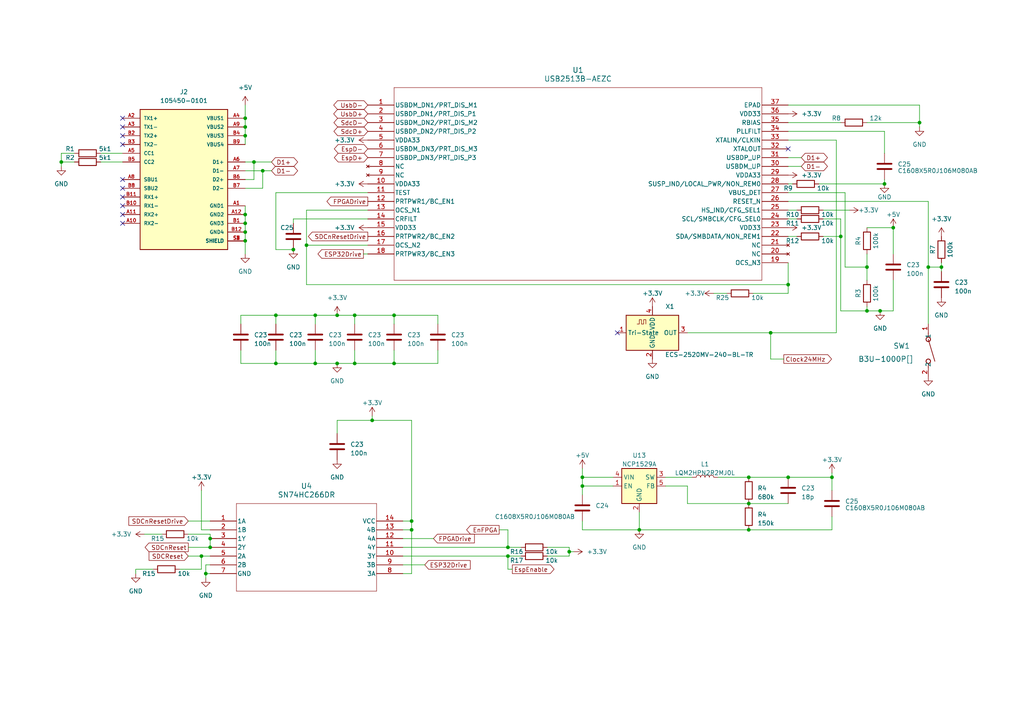
<source format=kicad_sch>
(kicad_sch (version 20230121) (generator eeschema)
  (paper "A4")
  (lib_symbols
    (symbol "Device:C" (pin_numbers hide) (pin_names (offset 0.254))
      (property "Reference" "C" (at 0.635 2.54 0))
      (property "Value" "C" (at 0.635 -2.54 0))
      (symbol "C_0_1"
        (polyline (pts (xy -2.032 -0.762) (xy 2.032 -0.762)) (stroke (width 0.508)))
        (polyline (pts (xy -2.032 0.762) (xy 2.032 0.762)) (stroke (width 0.508)))
      )
      (symbol "C_1_1"
        (pin passive line (at 0 3.81 270) (length 2.794) (name "~") (number "1"))
        (pin passive line (at 0 -3.81 90) (length 2.794) (name "~") (number "2"))
      )
    )
    (symbol "Device:L" (pin_numbers hide) (pin_names (offset 1.016) hide)
      (property "Reference" "L" (at -1.27 0 90))
      (property "Value" "L" (at 1.905 0 90))
      (symbol "L_0_1"
        (arc (start 0 -2.54) (mid 0.6323 -1.905) (end 0 -1.27))
        (arc (start 0 -1.27) (mid 0.6323 -0.635) (end 0 0))
        (arc (start 0 0) (mid 0.6323 0.635) (end 0 1.27))
        (arc (start 0 1.27) (mid 0.6323 1.905) (end 0 2.54))
      )
      (symbol "L_1_1"
        (pin passive line (at 0 3.81 270) (length 1.27) (name "1") (number "1"))
        (pin passive line (at 0 -3.81 90) (length 1.27) (name "2") (number "2"))
      )
    )
    (symbol "Device:R" (pin_numbers hide) (pin_names (offset 0))
      (property "Reference" "R" (at 2.032 0 90))
      (property "Value" "R" (at 0 0 90))
      (symbol "R_0_1"
        (rectangle (start -1.016 -2.54) (end 1.016 2.54) (stroke (width 0.254)))
      )
      (symbol "R_1_1"
        (pin passive line (at 0 3.81 270) (length 1.27) (name "~") (number "1"))
        (pin passive line (at 0 -3.81 90) (length 1.27) (name "~") (number "2"))
      )
    )
    (symbol "Oscillator:ECS-2520MV-xxx-xx"
      (property "Reference" "X" (at -5.08 6.35 0))
      (property "Value" "ECS-2520MV-xxx-xx" (at 1.27 -6.35 0))
      (symbol "ECS-2520MV-xxx-xx_0_1"
        (rectangle (start -7.62 5.08) (end 7.62 -5.08) (stroke (width 0.254)) (fill (type background)))
        (polyline (pts (xy -4.445 2.54) (xy -3.81 2.54) (xy -3.81 3.81) (xy -3.175 3.81) (xy -3.175 2.54) (xy -2.54 2.54) (xy -2.54 3.81) (xy -1.905 3.81) (xy -1.905 2.54)))
      )
      (symbol "ECS-2520MV-xxx-xx_1_1"
        (pin input line (at -10.16 0 0) (length 2.54) (name "Tri-State") (number "1"))
        (pin power_in line (at 0 -7.62 90) (length 2.54) (name "GND") (number "2"))
        (pin output line (at 10.16 0 180) (length 2.54) (name "OUT") (number "3"))
        (pin power_in line (at 0 7.62 270) (length 2.54) (name "VDD") (number "4"))
      )
    )
    (symbol "Regulator_Switching:NCP1529A"
      (property "Reference" "U" (at -5.08 6.35 0))
      (property "Value" "NCP1529A" (at 0 6.35 0))
      (symbol "NCP1529A_0_1"
        (rectangle (start -5.08 5.08) (end 5.08 -5.08) (stroke (width 0.254)) (fill (type background)))
      )
      (symbol "NCP1529A_1_1"
        (pin input line (at -7.62 0 0) (length 2.54) (name "EN") (number "1"))
        (pin power_in line (at 0 -7.62 90) (length 2.54) (name "GND") (number "2"))
        (pin power_out line (at 7.62 2.54 180) (length 2.54) (name "SW") (number "3"))
        (pin power_in line (at -7.62 2.54 0) (length 2.54) (name "VIN") (number "4"))
        (pin input line (at 7.62 0 180) (length 2.54) (name "FB") (number "5"))
      )
    )
    (symbol "cpuAddOn:105450-0101" (pin_names (offset 1.016))
      (property "Reference" "J" (at -12.7209 20.8595 0))
      (property "Value" "105450-0101" (at -12.7263 -22.9074 0))
      (symbol "105450-0101_0_0"
        (rectangle (start -12.7 -20.32) (end 12.7 20.32) (stroke (width 0.254)) (fill (type background)))
        (pin passive line (at 17.78 -7.62 180) (length 5.08) (name "GND1") (number "A1"))
        (pin passive line (at -17.78 -12.7 0) (length 5.08) (name "RX2-") (number "A10"))
        (pin passive line (at -17.78 -10.16 0) (length 5.08) (name "RX2+") (number "A11"))
        (pin passive line (at 17.78 -10.16 180) (length 5.08) (name "GND2") (number "A12"))
        (pin passive line (at -17.78 17.78 0) (length 5.08) (name "TX1+") (number "A2"))
        (pin passive line (at -17.78 15.24 0) (length 5.08) (name "TX1-") (number "A3"))
        (pin passive line (at 17.78 17.78 180) (length 5.08) (name "VBUS1") (number "A4"))
        (pin passive line (at -17.78 7.62 0) (length 5.08) (name "CC1") (number "A5"))
        (pin passive line (at 17.78 5.08 180) (length 5.08) (name "D1+") (number "A6"))
        (pin passive line (at 17.78 2.54 180) (length 5.08) (name "D1-") (number "A7"))
        (pin passive line (at -17.78 0 0) (length 5.08) (name "SBU1") (number "A8"))
        (pin passive line (at 17.78 15.24 180) (length 5.08) (name "VBUS2") (number "A9"))
        (pin passive line (at 17.78 -12.7 180) (length 5.08) (name "GND3") (number "B1"))
        (pin passive line (at -17.78 -7.62 0) (length 5.08) (name "RX1-") (number "B10"))
        (pin passive line (at -17.78 -5.08 0) (length 5.08) (name "RX1+") (number "B11"))
        (pin passive line (at 17.78 -15.24 180) (length 5.08) (name "GND4") (number "B12"))
        (pin passive line (at -17.78 12.7 0) (length 5.08) (name "TX2+") (number "B2"))
        (pin passive line (at -17.78 10.16 0) (length 5.08) (name "TX2-") (number "B3"))
        (pin passive line (at 17.78 12.7 180) (length 5.08) (name "VBUS3") (number "B4"))
        (pin passive line (at -17.78 5.08 0) (length 5.08) (name "CC2") (number "B5"))
        (pin passive line (at 17.78 0 180) (length 5.08) (name "D2+") (number "B6"))
        (pin passive line (at 17.78 -2.54 180) (length 5.08) (name "D2-") (number "B7"))
        (pin passive line (at -17.78 -2.54 0) (length 5.08) (name "SBU2") (number "B8"))
        (pin passive line (at 17.78 10.16 180) (length 5.08) (name "VBUS4") (number "B9"))
        (pin passive line (at 17.78 -17.78 180) (length 5.08) (name "SHIELD") (number "S1"))
        (pin passive line (at 17.78 -17.78 180) (length 5.08) (name "SHIELD") (number "S2"))
        (pin passive line (at 17.78 -17.78 180) (length 5.08) (name "SHIELD") (number "S3"))
        (pin passive line (at 17.78 -17.78 180) (length 5.08) (name "SHIELD") (number "S4"))
      )
    )
    (symbol "cpuAddOn:B3U-1000P[]" (pin_names (offset 0.254))
      (property "Reference" "SW" (at 7.62 3.81 0))
      (property "Value" "B3U-1000P[]" (at 0 0 0))
      (symbol "B3U-1000P[]_0_1"
        (polyline (pts (xy 2.54 0) (xy 3.81 0)) (stroke (width 0.2032)))
        (polyline (pts (xy 4.445 -1.905) (xy 10.795 0)) (stroke (width 0.2032)))
        (polyline (pts (xy 12.7 0) (xy 11.43 0)) (stroke (width 0.2032)))
        (circle (center 4.445 0) (radius 0.635) (stroke (width 0.254)))
        (circle (center 10.795 0) (radius 0.635) (stroke (width 0.254)))
        (pin unspecified line (at 15.24 0 180) (length 2.54) (name "1") (number "1"))
        (pin unspecified line (at 0 0 0) (length 2.54) (name "2") (number "2"))
      )
    )
    (symbol "cpuAddOn:SN74HC266DR" (pin_names (offset 0.254))
      (property "Reference" "U" (at 27.94 10.16 0))
      (property "Value" "SN74HC266DR" (at 27.94 7.62 0))
      (symbol "SN74HC266DR_0_1"
        (polyline (pts (xy 7.62 -20.32) (xy 48.26 -20.32)) (stroke (width 0.127)))
        (polyline (pts (xy 7.62 5.08) (xy 7.62 -20.32)) (stroke (width 0.127)))
        (polyline (pts (xy 48.26 -20.32) (xy 48.26 5.08)) (stroke (width 0.127)))
        (polyline (pts (xy 48.26 5.08) (xy 7.62 5.08)) (stroke (width 0.127)))
        (pin input line (at 0 0 0) (length 7.62) (name "1A") (number "1"))
        (pin output line (at 55.88 -10.16 180) (length 7.62) (name "3Y") (number "10"))
        (pin output line (at 55.88 -7.62 180) (length 7.62) (name "4Y") (number "11"))
        (pin input line (at 55.88 -5.08 180) (length 7.62) (name "4A") (number "12"))
        (pin input line (at 55.88 -2.54 180) (length 7.62) (name "4B") (number "13"))
        (pin power_in line (at 55.88 0 180) (length 7.62) (name "VCC") (number "14"))
        (pin input line (at 0 -2.54 0) (length 7.62) (name "1B") (number "2"))
        (pin output line (at 0 -5.08 0) (length 7.62) (name "1Y") (number "3"))
        (pin output line (at 0 -7.62 0) (length 7.62) (name "2Y") (number "4"))
        (pin input line (at 0 -10.16 0) (length 7.62) (name "2A") (number "5"))
        (pin input line (at 0 -12.7 0) (length 7.62) (name "2B") (number "6"))
        (pin power_in line (at 0 -15.24 0) (length 7.62) (name "GND") (number "7"))
        (pin input line (at 55.88 -15.24 180) (length 7.62) (name "3A") (number "8"))
        (pin input line (at 55.88 -12.7 180) (length 7.62) (name "3B") (number "9"))
      )
    )
    (symbol "cpuAddOn:USB2513B-AEZC" (pin_names (offset 0.254))
      (property "Reference" "U" (at 60.96 10.16 0))
      (property "Value" "USB2513B-AEZC" (at 60.96 7.62 0))
      (symbol "USB2513B-AEZC_0_1"
        (polyline (pts (xy 7.62 -50.8) (xy 114.3 -50.8)) (stroke (width 0.127)))
        (polyline (pts (xy 7.62 5.08) (xy 7.62 -50.8)) (stroke (width 0.127)))
        (polyline (pts (xy 114.3 -50.8) (xy 114.3 5.08)) (stroke (width 0.127)))
        (polyline (pts (xy 114.3 5.08) (xy 7.62 5.08)) (stroke (width 0.127)))
        (pin bidirectional line (at 0 0 0) (length 7.62) (name "USBDM_DN1/PRT_DIS_M1") (number "1"))
        (pin power_in line (at 0 -22.86 0) (length 7.62) (name "VDDA33") (number "10"))
        (pin input line (at 0 -25.4 0) (length 7.62) (name "TEST") (number "11"))
        (pin bidirectional line (at 0 -27.94 0) (length 7.62) (name "PRTPWR1/BC_EN1") (number "12"))
        (pin bidirectional line (at 0 -30.48 0) (length 7.62) (name "OCS_N1") (number "13"))
        (pin bidirectional line (at 0 -33.02 0) (length 7.62) (name "CRFILT") (number "14"))
        (pin power_in line (at 0 -35.56 0) (length 7.62) (name "VDD33") (number "15"))
        (pin bidirectional line (at 0 -38.1 0) (length 7.62) (name "PRTPWR2/BC_EN2") (number "16"))
        (pin bidirectional line (at 0 -40.64 0) (length 7.62) (name "OCS_N2") (number "17"))
        (pin bidirectional line (at 0 -43.18 0) (length 7.62) (name "PRTPWR3/BC_EN3") (number "18"))
        (pin bidirectional line (at 121.92 -45.72 180) (length 7.62) (name "OCS_N3") (number "19"))
        (pin bidirectional line (at 0 -2.54 0) (length 7.62) (name "USBDP_DN1/PRT_DIS_P1") (number "2"))
        (pin no_connect line (at 121.92 -43.18 180) (length 7.62) (name "NC") (number "20"))
        (pin no_connect line (at 121.92 -40.64 180) (length 7.62) (name "NC") (number "21"))
        (pin bidirectional line (at 121.92 -38.1 180) (length 7.62) (name "SDA/SMBDATA/NON_REM1") (number "22"))
        (pin power_in line (at 121.92 -35.56 180) (length 7.62) (name "VDD33") (number "23"))
        (pin bidirectional line (at 121.92 -33.02 180) (length 7.62) (name "SCL/SMBCLK/CFG_SEL0") (number "24"))
        (pin bidirectional line (at 121.92 -30.48 180) (length 7.62) (name "HS_IND/CFG_SEL1") (number "25"))
        (pin bidirectional line (at 121.92 -27.94 180) (length 7.62) (name "RESET_N") (number "26"))
        (pin bidirectional line (at 121.92 -25.4 180) (length 7.62) (name "VBUS_DET") (number "27"))
        (pin bidirectional line (at 121.92 -22.86 180) (length 7.62) (name "SUSP_IND/LOCAL_PWR/NON_REM0") (number "28"))
        (pin power_in line (at 121.92 -20.32 180) (length 7.62) (name "VDDA33") (number "29"))
        (pin bidirectional line (at 0 -5.08 0) (length 7.62) (name "USBDM_DN2/PRT_DIS_M2") (number "3"))
        (pin bidirectional line (at 121.92 -17.78 180) (length 7.62) (name "USBDM_UP") (number "30"))
        (pin bidirectional line (at 121.92 -15.24 180) (length 7.62) (name "USBDP_UP") (number "31"))
        (pin output line (at 121.92 -12.7 180) (length 7.62) (name "XTALOUT") (number "32"))
        (pin input line (at 121.92 -10.16 180) (length 7.62) (name "XTALIN/CLKIN") (number "33"))
        (pin bidirectional line (at 121.92 -7.62 180) (length 7.62) (name "PLLFILT") (number "34"))
        (pin bidirectional line (at 121.92 -5.08 180) (length 7.62) (name "RBIAS") (number "35"))
        (pin power_in line (at 121.92 -2.54 180) (length 7.62) (name "VDD33") (number "36"))
        (pin unspecified line (at 121.92 0 180) (length 7.62) (name "EPAD") (number "37"))
        (pin bidirectional line (at 0 -7.62 0) (length 7.62) (name "USBDP_DN2/PRT_DIS_P2") (number "4"))
        (pin power_in line (at 0 -10.16 0) (length 7.62) (name "VDDA33") (number "5"))
        (pin bidirectional line (at 0 -12.7 0) (length 7.62) (name "USBDM_DN3/PRT_DIS_M3") (number "6"))
        (pin bidirectional line (at 0 -15.24 0) (length 7.62) (name "USBDP_DN3/PRT_DIS_P3") (number "7"))
        (pin no_connect line (at 0 -17.78 0) (length 7.62) (name "NC") (number "8"))
        (pin no_connect line (at 0 -20.32 0) (length 7.62) (name "NC") (number "9"))
      )
    )
    (symbol "power:+3.3V" (power) (pin_names (offset 0))
      (property "Value" "+3.3V" (at 0 3.556 0))
      (symbol "+3.3V_0_1"
        (polyline (pts (xy -0.762 1.27) (xy 0 2.54)))
        (polyline (pts (xy 0 0) (xy 0 2.54)))
        (polyline (pts (xy 0 2.54) (xy 0.762 1.27)))
      )
      (symbol "+3.3V_1_1"
        (pin power_in line (at 0 0 90) (length 0) hide (name "+3.3V") (number "1"))
      )
    )
    (symbol "power:+5V" (power) (pin_names (offset 0))
      (property "Value" "+5V" (at 0 3.556 0))
      (symbol "+5V_0_1"
        (polyline (pts (xy -0.762 1.27) (xy 0 2.54)))
        (polyline (pts (xy 0 0) (xy 0 2.54)))
        (polyline (pts (xy 0 2.54) (xy 0.762 1.27)))
      )
      (symbol "+5V_1_1"
        (pin power_in line (at 0 0 90) (length 0) hide (name "+5V") (number "1"))
      )
    )
    (symbol "power:GND" (power) (pin_names (offset 0))
      (property "Value" "GND" (at 0 -3.81 0))
      (symbol "GND_0_1"
        (polyline (pts (xy 0 0) (xy 0 -1.27) (xy 1.27 -1.27) (xy 0 -2.54) (xy -1.27 -1.27) (xy 0 -1.27)))
      )
      (symbol "GND_1_1"
        (pin power_in line (at 0 0 270) (length 0) hide (name "GND") (number "1"))
      )
    )
  )
  (junction (at 71.12 64.77))
  (junction (at 59.69 166.37))
  (junction (at 17.78 46.99))
  (junction (at 147.32 158.75))
  (junction (at 217.17 153.67))
  (junction (at 97.79 91.44))
  (junction (at 255.27 90.17))
  (junction (at 97.79 105.41))
  (junction (at 60.96 156.21))
  (junction (at 256.54 53.34))
  (junction (at 168.91 140.97))
  (junction (at 60.96 158.75))
  (junction (at 251.46 77.47))
  (junction (at 241.3 138.43))
  (junction (at 243.84 68.58))
  (junction (at 58.42 161.29))
  (junction (at 119.38 153.67))
  (junction (at 85.09 72.39))
  (junction (at 217.17 138.43))
  (junction (at 217.17 146.05))
  (junction (at 91.44 91.44))
  (junction (at 73.66 46.99))
  (junction (at 119.38 151.13))
  (junction (at 88.9 71.12))
  (junction (at 223.52 96.52))
  (junction (at 71.12 39.37))
  (junction (at 266.7 35.56))
  (junction (at 114.3 105.41))
  (junction (at 71.12 62.23))
  (junction (at 71.12 36.83))
  (junction (at 269.24 77.47))
  (junction (at 228.6 82.55))
  (junction (at 80.01 91.44))
  (junction (at 147.32 161.29))
  (junction (at 76.2 49.53))
  (junction (at 107.95 121.92))
  (junction (at 168.91 138.43))
  (junction (at 165.1 160.02))
  (junction (at 228.6 138.43))
  (junction (at 114.3 91.44))
  (junction (at 71.12 67.31))
  (junction (at 251.46 90.17))
  (junction (at 259.08 66.04))
  (junction (at 185.42 153.67))
  (junction (at 102.87 105.41))
  (junction (at 91.44 105.41))
  (junction (at 71.12 69.85))
  (junction (at 71.12 34.29))
  (junction (at 102.87 91.44))
  (junction (at 80.01 105.41))
  (junction (at 273.05 77.47))
  (no_connect (at 35.56 34.29))
  (no_connect (at 35.56 62.23))
  (no_connect (at 35.56 39.37))
  (no_connect (at 35.56 54.61))
  (no_connect (at 228.6 43.18))
  (no_connect (at 179.07 96.52))
  (no_connect (at 35.56 64.77))
  (no_connect (at 35.56 41.91))
  (no_connect (at 35.56 52.07))
  (no_connect (at 35.56 36.83))
  (no_connect (at 35.56 59.69))
  (no_connect (at 35.56 57.15))
  (wire (pts (xy 185.42 148.59) (xy 185.42 153.67)))
  (wire (pts (xy 228.6 48.26) (xy 232.41 48.26)))
  (wire (pts (xy 223.52 96.52) (xy 242.57 96.52)))
  (wire (pts (xy 218.44 85.09) (xy 228.6 85.09)))
  (wire (pts (xy 251.46 90.17) (xy 251.46 88.9)))
  (wire (pts (xy 207.01 85.09) (xy 210.82 85.09)))
  (wire (pts (xy 177.8 140.97) (xy 168.91 140.97)))
  (wire (pts (xy 255.27 90.17) (xy 251.46 90.17)))
  (wire (pts (xy 102.87 91.44) (xy 102.87 93.98)))
  (wire (pts (xy 148.59 165.1) (xy 147.32 165.1)))
  (wire (pts (xy 193.04 140.97) (xy 199.39 140.97)))
  (wire (pts (xy 58.42 165.1) (xy 58.42 161.29)))
  (wire (pts (xy 168.91 140.97) (xy 168.91 143.51)))
  (wire (pts (xy 97.79 91.44) (xy 102.87 91.44)))
  (wire (pts (xy 251.46 77.47) (xy 251.46 81.28)))
  (wire (pts (xy 88.9 71.12) (xy 106.68 71.12)))
  (wire (pts (xy 54.61 151.13) (xy 60.96 151.13)))
  (wire (pts (xy 199.39 146.05) (xy 217.17 146.05)))
  (wire (pts (xy 256.54 38.1) (xy 256.54 44.45)))
  (wire (pts (xy 29.21 46.99) (xy 35.56 46.99)))
  (wire (pts (xy 97.79 105.41) (xy 102.87 105.41)))
  (wire (pts (xy 71.12 36.83) (xy 71.12 39.37)))
  (wire (pts (xy 76.2 49.53) (xy 78.74 49.53)))
  (wire (pts (xy 147.32 161.29) (xy 151.13 161.29)))
  (wire (pts (xy 241.3 153.67) (xy 217.17 153.67)))
  (wire (pts (xy 85.09 63.5) (xy 85.09 64.77)))
  (wire (pts (xy 193.04 138.43) (xy 200.66 138.43)))
  (wire (pts (xy 60.96 166.37) (xy 59.69 166.37)))
  (wire (pts (xy 58.42 142.24) (xy 58.42 153.67)))
  (wire (pts (xy 116.84 163.83) (xy 123.19 163.83)))
  (wire (pts (xy 223.52 104.14) (xy 223.52 96.52)))
  (wire (pts (xy 168.91 138.43) (xy 177.8 138.43)))
  (wire (pts (xy 127 105.41) (xy 127 101.6)))
  (wire (pts (xy 228.6 35.56) (xy 243.84 35.56)))
  (wire (pts (xy 54.61 161.29) (xy 58.42 161.29)))
  (wire (pts (xy 71.12 67.31) (xy 71.12 69.85)))
  (wire (pts (xy 259.08 81.28) (xy 259.08 90.17)))
  (wire (pts (xy 97.79 121.92) (xy 107.95 121.92)))
  (wire (pts (xy 165.1 160.02) (xy 166.37 160.02)))
  (wire (pts (xy 158.75 161.29) (xy 165.1 161.29)))
  (wire (pts (xy 54.61 154.94) (xy 60.96 154.94)))
  (wire (pts (xy 76.2 49.53) (xy 76.2 54.61)))
  (wire (pts (xy 259.08 90.17) (xy 255.27 90.17)))
  (wire (pts (xy 60.96 153.67) (xy 58.42 153.67)))
  (wire (pts (xy 259.08 66.04) (xy 259.08 73.66)))
  (wire (pts (xy 228.6 82.55) (xy 228.6 76.2)))
  (wire (pts (xy 243.84 63.5) (xy 243.84 68.58)))
  (wire (pts (xy 238.76 60.96) (xy 246.38 60.96)))
  (wire (pts (xy 245.11 55.88) (xy 245.11 77.47)))
  (wire (pts (xy 106.68 60.96) (xy 88.9 60.96)))
  (wire (pts (xy 228.6 45.72) (xy 232.41 45.72)))
  (wire (pts (xy 185.42 153.67) (xy 217.17 153.67)))
  (wire (pts (xy 241.3 138.43) (xy 228.6 138.43)))
  (wire (pts (xy 168.91 138.43) (xy 168.91 140.97)))
  (wire (pts (xy 76.2 54.61) (xy 71.12 54.61)))
  (wire (pts (xy 39.37 165.1) (xy 39.37 166.37)))
  (wire (pts (xy 91.44 101.6) (xy 91.44 105.41)))
  (wire (pts (xy 251.46 73.66) (xy 251.46 77.47)))
  (wire (pts (xy 165.1 161.29) (xy 165.1 160.02)))
  (wire (pts (xy 60.96 163.83) (xy 59.69 163.83)))
  (wire (pts (xy 102.87 101.6) (xy 102.87 105.41)))
  (wire (pts (xy 199.39 140.97) (xy 199.39 146.05)))
  (wire (pts (xy 80.01 91.44) (xy 80.01 93.98)))
  (wire (pts (xy 91.44 105.41) (xy 97.79 105.41)))
  (wire (pts (xy 69.85 105.41) (xy 80.01 105.41)))
  (wire (pts (xy 17.78 44.45) (xy 17.78 46.99)))
  (wire (pts (xy 73.66 46.99) (xy 78.74 46.99)))
  (wire (pts (xy 228.6 58.42) (xy 269.24 58.42)))
  (wire (pts (xy 228.6 60.96) (xy 231.14 60.96)))
  (wire (pts (xy 71.12 69.85) (xy 71.12 73.66)))
  (wire (pts (xy 69.85 101.6) (xy 69.85 105.41)))
  (wire (pts (xy 71.12 46.99) (xy 73.66 46.99)))
  (wire (pts (xy 127 91.44) (xy 127 93.98)))
  (wire (pts (xy 80.01 55.88) (xy 80.01 72.39)))
  (wire (pts (xy 114.3 91.44) (xy 114.3 93.98)))
  (wire (pts (xy 125.73 156.21) (xy 116.84 156.21)))
  (wire (pts (xy 39.37 165.1) (xy 44.45 165.1)))
  (wire (pts (xy 269.24 77.47) (xy 273.05 77.47)))
  (wire (pts (xy 88.9 60.96) (xy 88.9 71.12)))
  (wire (pts (xy 106.68 55.88) (xy 80.01 55.88)))
  (wire (pts (xy 273.05 76.2) (xy 273.05 77.47)))
  (wire (pts (xy 106.68 63.5) (xy 85.09 63.5)))
  (wire (pts (xy 59.69 166.37) (xy 59.69 167.64)))
  (wire (pts (xy 243.84 68.58) (xy 243.84 90.17)))
  (wire (pts (xy 71.12 39.37) (xy 71.12 41.91)))
  (wire (pts (xy 88.9 71.12) (xy 88.9 82.55)))
  (wire (pts (xy 228.6 38.1) (xy 256.54 38.1)))
  (wire (pts (xy 168.91 135.89) (xy 168.91 138.43)))
  (wire (pts (xy 251.46 66.04) (xy 259.08 66.04)))
  (wire (pts (xy 107.95 121.92) (xy 107.95 120.65)))
  (wire (pts (xy 266.7 30.48) (xy 228.6 30.48)))
  (wire (pts (xy 107.95 121.92) (xy 119.38 121.92)))
  (wire (pts (xy 114.3 101.6) (xy 114.3 105.41)))
  (wire (pts (xy 60.96 154.94) (xy 60.96 156.21)))
  (wire (pts (xy 269.24 77.47) (xy 269.24 93.98)))
  (wire (pts (xy 91.44 91.44) (xy 91.44 93.98)))
  (wire (pts (xy 102.87 105.41) (xy 114.3 105.41)))
  (wire (pts (xy 168.91 153.67) (xy 185.42 153.67)))
  (wire (pts (xy 88.9 82.55) (xy 228.6 82.55)))
  (wire (pts (xy 158.75 158.75) (xy 165.1 158.75)))
  (wire (pts (xy 71.12 64.77) (xy 71.12 67.31)))
  (wire (pts (xy 256.54 53.34) (xy 256.54 52.07)))
  (wire (pts (xy 147.32 153.67) (xy 147.32 158.75)))
  (wire (pts (xy 228.6 68.58) (xy 231.14 68.58)))
  (wire (pts (xy 237.49 53.34) (xy 256.54 53.34)))
  (wire (pts (xy 269.24 58.42) (xy 269.24 77.47)))
  (wire (pts (xy 119.38 153.67) (xy 119.38 151.13)))
  (wire (pts (xy 228.6 85.09) (xy 228.6 82.55)))
  (wire (pts (xy 41.91 154.94) (xy 46.99 154.94)))
  (wire (pts (xy 21.59 44.45) (xy 17.78 44.45)))
  (wire (pts (xy 116.84 166.37) (xy 119.38 166.37)))
  (wire (pts (xy 102.87 91.44) (xy 114.3 91.44)))
  (wire (pts (xy 243.84 90.17) (xy 251.46 90.17)))
  (wire (pts (xy 116.84 158.75) (xy 147.32 158.75)))
  (wire (pts (xy 273.05 77.47) (xy 273.05 78.74)))
  (wire (pts (xy 54.61 158.75) (xy 60.96 158.75)))
  (wire (pts (xy 52.07 165.1) (xy 58.42 165.1)))
  (wire (pts (xy 208.28 138.43) (xy 217.17 138.43)))
  (wire (pts (xy 199.39 96.52) (xy 223.52 96.52)))
  (wire (pts (xy 58.42 161.29) (xy 60.96 161.29)))
  (wire (pts (xy 245.11 77.47) (xy 251.46 77.47)))
  (wire (pts (xy 168.91 151.13) (xy 168.91 153.67)))
  (wire (pts (xy 29.21 44.45) (xy 35.56 44.45)))
  (wire (pts (xy 228.6 55.88) (xy 245.11 55.88)))
  (wire (pts (xy 144.78 153.67) (xy 147.32 153.67)))
  (wire (pts (xy 80.01 105.41) (xy 91.44 105.41)))
  (wire (pts (xy 217.17 138.43) (xy 228.6 138.43)))
  (wire (pts (xy 71.12 30.48) (xy 71.12 34.29)))
  (wire (pts (xy 80.01 91.44) (xy 91.44 91.44)))
  (wire (pts (xy 238.76 63.5) (xy 243.84 63.5)))
  (wire (pts (xy 266.7 36.83) (xy 266.7 35.56)))
  (wire (pts (xy 227.33 104.14) (xy 223.52 104.14)))
  (wire (pts (xy 147.32 161.29) (xy 147.32 165.1)))
  (wire (pts (xy 60.96 156.21) (xy 60.96 158.75)))
  (wire (pts (xy 119.38 151.13) (xy 116.84 151.13)))
  (wire (pts (xy 73.66 46.99) (xy 73.66 52.07)))
  (wire (pts (xy 251.46 35.56) (xy 266.7 35.56)))
  (wire (pts (xy 80.01 101.6) (xy 80.01 105.41)))
  (wire (pts (xy 242.57 96.52) (xy 242.57 40.64)))
  (wire (pts (xy 217.17 146.05) (xy 228.6 146.05)))
  (wire (pts (xy 17.78 46.99) (xy 17.78 48.26)))
  (wire (pts (xy 119.38 121.92) (xy 119.38 151.13)))
  (wire (pts (xy 119.38 166.37) (xy 119.38 153.67)))
  (wire (pts (xy 241.3 137.16) (xy 241.3 138.43)))
  (wire (pts (xy 229.87 53.34) (xy 228.6 53.34)))
  (wire (pts (xy 69.85 91.44) (xy 80.01 91.44)))
  (wire (pts (xy 71.12 59.69) (xy 71.12 62.23)))
  (wire (pts (xy 105.41 73.66) (xy 106.68 73.66)))
  (wire (pts (xy 116.84 161.29) (xy 147.32 161.29)))
  (wire (pts (xy 242.57 40.64) (xy 228.6 40.64)))
  (wire (pts (xy 71.12 62.23) (xy 71.12 64.77)))
  (wire (pts (xy 228.6 63.5) (xy 231.14 63.5)))
  (wire (pts (xy 114.3 91.44) (xy 127 91.44)))
  (wire (pts (xy 116.84 153.67) (xy 119.38 153.67)))
  (wire (pts (xy 91.44 91.44) (xy 97.79 91.44)))
  (wire (pts (xy 238.76 68.58) (xy 243.84 68.58)))
  (wire (pts (xy 17.78 46.99) (xy 21.59 46.99)))
  (wire (pts (xy 241.3 149.86) (xy 241.3 153.67)))
  (wire (pts (xy 71.12 49.53) (xy 76.2 49.53)))
  (wire (pts (xy 59.69 163.83) (xy 59.69 166.37)))
  (wire (pts (xy 241.3 142.24) (xy 241.3 138.43)))
  (wire (pts (xy 73.66 52.07) (xy 71.12 52.07)))
  (wire (pts (xy 80.01 72.39) (xy 85.09 72.39)))
  (wire (pts (xy 147.32 158.75) (xy 151.13 158.75)))
  (wire (pts (xy 69.85 93.98) (xy 69.85 91.44)))
  (wire (pts (xy 266.7 35.56) (xy 266.7 30.48)))
  (wire (pts (xy 97.79 125.73) (xy 97.79 121.92)))
  (wire (pts (xy 71.12 34.29) (xy 71.12 36.83)))
  (wire (pts (xy 114.3 105.41) (xy 127 105.41)))
  (wire (pts (xy 165.1 160.02) (xy 165.1 158.75)))
  (global_label "EspD-" (shape bidirectional) (at 106.68 43.18 180) (property "Intersheetrefs" "${INTERSHEET_REFS}" (effects hide)))
  (global_label "SDCReset" (shape input) (at 54.61 161.29 180) (property "Intersheetrefs" "${INTERSHEET_REFS}" (effects hide)))
  (global_label "SdcD+" (shape bidirectional) (at 106.68 38.1 180) (property "Intersheetrefs" "${INTERSHEET_REFS}" (effects hide)))
  (global_label "SdcD-" (shape bidirectional) (at 106.68 35.56 180) (property "Intersheetrefs" "${INTERSHEET_REFS}" (effects hide)))
  (global_label "SDCnReset" (shape output) (at 54.61 158.75 180) (property "Intersheetrefs" "${INTERSHEET_REFS}" (effects hide)))
  (global_label "D1-" (shape bidirectional) (at 78.74 49.53 0) (property "Intersheetrefs" "${INTERSHEET_REFS}" (effects hide)))
  (global_label "SDCnResetDrive" (shape input) (at 54.61 151.13 180) (property "Intersheetrefs" "${INTERSHEET_REFS}" (effects hide)))
  (global_label "FPGADrive" (shape input) (at 125.73 156.21 0) (property "Intersheetrefs" "${INTERSHEET_REFS}" (effects hide)))
  (global_label "ESP32Drive" (shape output) (at 105.41 73.66 180) (property "Intersheetrefs" "${INTERSHEET_REFS}" (effects hide)))
  (global_label "UsbD+" (shape bidirectional) (at 106.68 33.02 180) (property "Intersheetrefs" "${INTERSHEET_REFS}" (effects hide)))
  (global_label "ESP32Drive" (shape input) (at 123.19 163.83 0) (property "Intersheetrefs" "${INTERSHEET_REFS}" (effects hide)))
  (global_label "SDCnResetDrive" (shape output) (at 106.68 68.58 180) (property "Intersheetrefs" "${INTERSHEET_REFS}" (effects hide)))
  (global_label "EnFPGA" (shape output) (at 144.78 153.67 180) (property "Intersheetrefs" "${INTERSHEET_REFS}" (effects hide)))
  (global_label "UsbD-" (shape bidirectional) (at 106.68 30.48 180) (property "Intersheetrefs" "${INTERSHEET_REFS}" (effects hide)))
  (global_label "D1-" (shape bidirectional) (at 232.41 48.26 0) (property "Intersheetrefs" "${INTERSHEET_REFS}" (effects hide)))
  (global_label "Clock24MHz" (shape output) (at 227.33 104.14 0) (property "Intersheetrefs" "${INTERSHEET_REFS}" (effects hide)))
  (global_label "D1+" (shape bidirectional) (at 232.41 45.72 0) (property "Intersheetrefs" "${INTERSHEET_REFS}" (effects hide)))
  (global_label "D1+" (shape bidirectional) (at 78.74 46.99 0) (property "Intersheetrefs" "${INTERSHEET_REFS}" (effects hide)))
  (global_label "FPGADrive" (shape output) (at 106.68 58.42 180) (property "Intersheetrefs" "${INTERSHEET_REFS}" (effects hide)))
  (global_label "EspD+" (shape bidirectional) (at 106.68 45.72 180) (property "Intersheetrefs" "${INTERSHEET_REFS}" (effects hide)))
  (global_label "EspEnable" (shape output) (at 148.59 165.1 0) (property "Intersheetrefs" "${INTERSHEET_REFS}" (effects hide)))
  (symbol (lib_id "power:+3.3V") (at 228.6 66.04 270) (unit 1)
    (property "Reference" "#PWR091" (effects hide))
    (property "Value" "+3.3V" (at 232.41 66.04 90) (effects (justify left)))
    (instances (project "gecko5education" (path "" (reference "#PWR091") (unit 1))) (project "cpuAddOn" (path "" (reference "#PWR02") (unit 1)) (path "" (reference "#PWR012") (unit 1))) (project "perifAddOn" (path "" (reference "#PWR02") (unit 1)) (path "" (reference "#PWR027") (unit 1))))
  )
  (symbol (lib_id "power:GND") (at 17.78 48.26 0) (unit 1)
    (property "Reference" "#PWR06" (effects hide))
    (property "Value" "GND" (at 17.78 53.34 0))
    (instances (project "cpuAddOn" (path "" (reference "#PWR06") (unit 1))) (project "perifAddOn" (path "" (reference "#PWR02") (unit 1))))
  )
  (symbol (lib_id "power:GND") (at 273.05 86.36 0) (unit 1)
    (property "Reference" "#PWR03" (effects hide))
    (property "Value" "GND" (at 273.05 91.44 0))
    (instances (project "gecko5education" (path "" (reference "#PWR03") (unit 1)) (path "" (reference "#PWR016") (unit 1))) (project "cpuAddOn" (path "" (reference "#PWR023") (unit 1))) (project "perifAddOn" (path "" (reference "#PWR036") (unit 1))))
  )
  (symbol (lib_id "Device:C") (at 102.87 97.79 0) (unit 1)
    (property "Reference" "C23" (at 106.68 97.155 0) (effects (justify left)))
    (property "Value" "100n" (at 106.68 99.695 0) (effects (justify left)))
    (property "Footprint" "Capacitor_SMD:C_0402_1005Metric" (effects hide))
    (instances (project "gecko5education" (path "" (reference "C23") (unit 1))) (project "cpuAddOn" (path "" (reference "C11") (unit 1))) (project "perifAddOn" (path "" (reference "C6") (unit 1))))
  )
  (symbol (lib_id "power:+5V") (at 168.91 135.89 0) (unit 1)
    (property "Reference" "#PWR083" (effects hide))
    (property "Value" "+5V" (at 168.91 132.08 0))
    (instances (project "gecko5education" (path "" (reference "#PWR083") (unit 1))) (project "cpuAddOn" (path "" (reference "#PWR013") (unit 1))) (project "perifAddOn" (path "" (reference "#PWR020") (unit 1))))
  )
  (symbol (lib_id "power:+3.3V") (at 107.95 120.65 0) (unit 1)
    (property "Reference" "#PWR01" (effects hide))
    (property "Value" "+3.3V" (at 107.95 116.84 0))
    (instances (project "gecko5education" (path "" (reference "#PWR01") (unit 1)) (path "" (reference "#PWR017") (unit 1))) (project "cpuAddOn" (path "" (reference "#PWR034") (unit 1))) (project "perifAddOn" (path "" (reference "#PWR018") (unit 1))))
  )
  (symbol (lib_id "power:+3.3V") (at 189.23 88.9 0) (unit 1)
    (property "Reference" "#PWR01" (effects hide))
    (property "Value" "+3.3V" (at 189.23 85.09 0))
    (instances (project "gecko5education" (path "" (reference "#PWR01") (unit 1)) (path "" (reference "#PWR017") (unit 1))) (project "cpuAddOn" (path "" (reference "#PWR016") (unit 1))) (project "perifAddOn" (path "" (reference "#PWR022") (unit 1))))
  )
  (symbol (lib_id "Device:C") (at 228.6 142.24 0) (unit 1)
    (property "Reference" "C23" (at 232.41 141.605 0) (effects (justify left)))
    (property "Value" "18p" (at 232.41 144.145 0) (effects (justify left)))
    (property "Footprint" "Capacitor_SMD:C_0402_1005Metric" (effects hide))
    (instances (project "gecko5education" (path "" (reference "C23") (unit 1))) (project "cpuAddOn" (path "" (reference "C2") (unit 1))) (project "perifAddOn" (path "" (reference "C10") (unit 1))))
  )
  (symbol (lib_id "Device:C") (at 273.05 82.55 0) (unit 1)
    (property "Reference" "C23" (at 276.86 81.915 0) (effects (justify left)))
    (property "Value" "100n" (at 276.86 84.455 0) (effects (justify left)))
    (property "Footprint" "Capacitor_SMD:C_0402_1005Metric" (effects hide))
    (instances (project "gecko5education" (path "" (reference "C23") (unit 1))) (project "cpuAddOn" (path "" (reference "C7") (unit 1))) (project "perifAddOn" (path "" (reference "C14") (unit 1))))
  )
  (symbol (lib_id "power:+3.3V") (at 246.38 60.96 270) (unit 1)
    (property "Reference" "#PWR091" (effects hide))
    (property "Value" "+3.3V" (at 248.92 60.96 90) (effects (justify left)))
    (instances (project "gecko5education" (path "" (reference "#PWR091") (unit 1))) (project "cpuAddOn" (path "" (reference "#PWR02") (unit 1)) (path "" (reference "#PWR026") (unit 1))) (project "perifAddOn" (path "" (reference "#PWR02") (unit 1)) (path "" (reference "#PWR029") (unit 1))))
  )
  (symbol (lib_id "Device:C") (at 85.09 68.58 0) (unit 1)
    (property "Reference" "C25" (at 81.28 66.04 0) (effects (justify left)))
    (property "Value" "C1608X5R0J106M080AB" (effects hide))
    (property "Footprint" "Capacitor_SMD:C_0603_1608Metric" (effects hide))
    (instances (project "gecko5education" (path "" (reference "C25") (unit 1))) (project "cpuAddOn" (path "" (reference "C5") (unit 1))) (project "perifAddOn" (path "" (reference "C3") (unit 1))))
  )
  (symbol (lib_id "Device:R") (at 247.65 35.56 270) (unit 1)
    (property "Reference" "R8" (at 242.57 34.29 90))
    (property "Value" "12k" (at 254 34.29 90))
    (property "Footprint" "Resistor_SMD:R_0402_1005Metric" (effects hide))
    (instances (project "cpuAddOn" (path "" (reference "R8") (unit 1))) (project "perifAddOn" (path "" (reference "R13") (unit 1))))
  )
  (symbol (lib_id "Device:R") (at 50.8 154.94 270) (unit 1)
    (property "Reference" "R15" (at 45.72 156.21 90))
    (property "Value" "10k" (at 55.88 156.21 90))
    (property "Footprint" "Resistor_SMD:R_0402_1005Metric" (effects hide))
    (instances (project "cpuAddOn" (path "" (reference "R15") (unit 1))) (project "perifAddOn" (path "" (reference "R3") (unit 1))))
  )
  (symbol (lib_id "Device:C") (at 80.01 97.79 0) (unit 1)
    (property "Reference" "C23" (at 83.82 97.155 0) (effects (justify left)))
    (property "Value" "100n" (at 83.82 99.695 0) (effects (justify left)))
    (property "Footprint" "Capacitor_SMD:C_0402_1005Metric" (effects hide))
    (instances (project "gecko5education" (path "" (reference "C23") (unit 1))) (project "cpuAddOn" (path "" (reference "C9") (unit 1))) (project "perifAddOn" (path "" (reference "C2") (unit 1))))
  )
  (symbol (lib_id "power:GND") (at 269.24 109.22 0) (unit 1)
    (property "Reference" "#PWR03" (effects hide))
    (property "Value" "GND" (at 269.24 114.3 0))
    (instances (project "gecko5education" (path "" (reference "#PWR03") (unit 1)) (path "" (reference "#PWR016") (unit 1))) (project "cpuAddOn" (path "" (reference "#PWR052") (unit 1))) (project "perifAddOn" (path "" (reference "#PWR034") (unit 1))))
  )
  (symbol (lib_id "Device:C") (at 168.91 147.32 0) (unit 1)
    (property "Reference" "C24" (at 172.72 146.685 0) (effects (justify left)))
    (property "Value" "C1608X5R0J106M080AB" (at 143.51 149.86 0) (effects (justify left)))
    (property "Footprint" "Capacitor_SMD:C_0603_1608Metric" (effects hide))
    (instances (project "gecko5education" (path "" (reference "C24") (unit 1))) (project "cpuAddOn" (path "" (reference "C1") (unit 1))) (project "perifAddOn" (path "" (reference "C9") (unit 1))))
  )
  (symbol (lib_id "Device:R") (at 25.4 44.45 90) (unit 1)
    (property "Reference" "R1" (at 20.32 43.18 90))
    (property "Value" "5k1" (at 30.48 43.18 90))
    (property "Footprint" "Resistor_SMD:R_0402_1005Metric" (effects hide))
  )
  (symbol (lib_id "power:GND") (at 256.54 53.34 0) (unit 1)
    (property "Reference" "#PWR03" (effects hide))
    (property "Value" "GND" (at 256.54 57.15 0))
    (instances (project "gecko5education" (path "" (reference "#PWR03") (unit 1)) (path "" (reference "#PWR016") (unit 1))) (project "cpuAddOn" (path "" (reference "#PWR019") (unit 1))) (project "perifAddOn" (path "" (reference "#PWR031") (unit 1))))
  )
  (symbol (lib_id "Device:R") (at 234.95 68.58 270) (unit 1)
    (property "Reference" "R12" (at 229.87 69.85 90))
    (property "Value" "10k" (at 240.03 69.85 90))
    (property "Footprint" "Resistor_SMD:R_0402_1005Metric" (effects hide))
  )
  (symbol (lib_id "power:GND") (at 266.7 36.83 0) (unit 1)
    (property "Reference" "#PWR089" (effects hide))
    (property "Value" "GND" (at 266.7 41.91 0))
    (instances (project "gecko5education" (path "" (reference "#PWR089") (unit 1))) (project "cpuAddOn" (path "" (reference "#PWR01") (unit 1)) (path "" (reference "#PWR08") (unit 1))) (project "perifAddOn" (path "" (reference "#PWR01") (unit 1)) (path "" (reference "#PWR033") (unit 1))))
  )
  (symbol (lib_id "power:+3.3V") (at 106.68 40.64 90) (unit 1)
    (property "Reference" "#PWR091" (effects hide))
    (property "Value" "+3.3V" (at 102.87 40.64 90) (effects (justify left)))
    (instances (project "gecko5education" (path "" (reference "#PWR091") (unit 1))) (project "cpuAddOn" (path "" (reference "#PWR02") (unit 1)) (path "" (reference "#PWR02") (unit 1))) (project "perifAddOn" (path "" (reference "#PWR02") (unit 1)) (path "" (reference "#PWR015") (unit 1))))
  )
  (symbol (lib_id "power:GND") (at 185.42 153.67 0) (unit 1)
    (property "Reference" "#PWR082" (effects hide))
    (property "Value" "GND" (at 185.42 158.75 0))
    (instances (project "gecko5education" (path "" (reference "#PWR082") (unit 1))) (project "cpuAddOn" (path "" (reference "#PWR014") (unit 1))) (project "perifAddOn" (path "" (reference "#PWR021") (unit 1))))
  )
  (symbol (lib_id "power:+3.3V") (at 228.6 50.8 270) (unit 1)
    (property "Reference" "#PWR091" (effects hide))
    (property "Value" "+3.3V" (at 232.41 50.8 90) (effects (justify left)))
    (instances (project "gecko5education" (path "" (reference "#PWR091") (unit 1))) (project "cpuAddOn" (path "" (reference "#PWR02") (unit 1)) (path "" (reference "#PWR011") (unit 1))) (project "perifAddOn" (path "" (reference "#PWR02") (unit 1)) (path "" (reference "#PWR026") (unit 1))))
  )
  (symbol (lib_id "Device:R") (at 154.94 158.75 270) (unit 1)
    (property "Reference" "R16" (at 149.86 160.02 90))
    (property "Value" "10k" (at 160.02 160.02 90))
    (property "Footprint" "Resistor_SMD:R_0402_1005Metric" (effects hide))
    (instances (project "cpuAddOn" (path "" (reference "R16") (unit 1))) (project "perifAddOn" (path "" (reference "R4") (unit 1))))
  )
  (symbol (lib_id "Device:C") (at 256.54 48.26 0) (unit 1)
    (property "Reference" "C25" (at 260.35 47.625 0) (effects (justify left)))
    (property "Value" "C1608X5R0J106M080AB" (at 260.35 49.53 0) (effects (justify left)))
    (property "Footprint" "Capacitor_SMD:C_0603_1608Metric" (effects hide))
    (instances (project "gecko5education" (path "" (reference "C25") (unit 1))) (project "cpuAddOn" (path "" (reference "C4") (unit 1))) (project "perifAddOn" (path "" (reference "C12") (unit 1))))
  )
  (symbol (lib_id "Device:R") (at 251.46 69.85 180) (unit 1)
    (property "Reference" "R4" (at 248.92 69.85 90))
    (property "Value" "100k" (at 254 69.85 90))
    (property "Footprint" "Resistor_SMD:R_0402_1005Metric" (effects hide))
    (instances (project "cpuAddOn" (path "" (reference "R4") (unit 1))) (project "perifAddOn" (path "" (reference "R14") (unit 1))))
  )
  (symbol (lib_id "Device:R") (at 273.05 72.39 180) (unit 1)
    (property "Reference" "R7" (at 270.51 72.39 90))
    (property "Value" "100k" (at 275.59 72.39 90))
    (property "Footprint" "Resistor_SMD:R_0402_1005Metric" (effects hide))
    (instances (project "cpuAddOn" (path "" (reference "R7") (unit 1))) (project "perifAddOn" (path "" (reference "R16") (unit 1))))
  )
  (symbol (lib_id "cpuAddOn:105450-0101") (at 53.34 52.07 0) (unit 1)
    (property "Reference" "J2" (at 53.34 26.67 0))
    (property "Value" "105450-0101" (at 53.34 29.21 0))
    (property "Footprint" "cpuAddOn:MOLEX_105450-0101" (effects hide))
    (property "MF" "Molex" (effects hide))
    (property "DESCRIPTION" "USB Shielded I/O Receptacle; Type C; Right Angle; Surface Mount; Gold over Nickel" (effects hide))
    (property "PACKAGE" "None" (effects hide))
    (property "PRICE" "1.71 USD" (effects hide))
    (property "MP" "105450-0101" (effects hide))
    (property "AVAILABILITY" "Good" (effects hide))
  )
  (symbol (lib_id "power:+3.3V") (at 273.05 68.58 0) (unit 1)
    (property "Reference" "#PWR091" (effects hide))
    (property "Value" "+3.3V" (at 273.05 63.5 0))
    (instances (project "gecko5education" (path "" (reference "#PWR091") (unit 1))) (project "cpuAddOn" (path "" (reference "#PWR02") (unit 1)) (path "" (reference "#PWR022") (unit 1))) (project "perifAddOn" (path "" (reference "#PWR02") (unit 1)) (path "" (reference "#PWR035") (unit 1))))
  )
  (symbol (lib_id "power:+5V") (at 71.12 30.48 0) (unit 1)
    (property "Reference" "#PWR04" (effects hide))
    (property "Value" "+5V" (at 71.12 25.4 0))
    (instances (project "cpuAddOn" (path "" (reference "#PWR04") (unit 1))) (project "perifAddOn" (path "" (reference "#PWR09") (unit 1))))
  )
  (symbol (lib_id "power:+3.3V") (at 166.37 160.02 270) (unit 1)
    (property "Reference" "#PWR01" (effects hide))
    (property "Value" "+3.3V" (at 170.18 160.02 90) (effects (justify left)))
    (instances (project "gecko5education" (path "" (reference "#PWR01") (unit 1)) (path "" (reference "#PWR017") (unit 1))) (project "cpuAddOn" (path "" (reference "#PWR039") (unit 1))) (project "perifAddOn" (path "" (reference "#PWR019") (unit 1))))
  )
  (symbol (lib_id "Device:R") (at 48.26 165.1 270) (unit 1)
    (property "Reference" "R15" (at 43.18 166.37 90))
    (property "Value" "10k" (at 53.34 166.37 90))
    (property "Footprint" "Resistor_SMD:R_0402_1005Metric" (effects hide))
    (instances (project "cpuAddOn" (path "" (reference "R15") (unit 1))) (project "perifAddOn" (path "" (reference "R24") (unit 1))))
  )
  (symbol (lib_id "Regulator_Switching:NCP1529A") (at 185.42 140.97 0) (unit 1)
    (property "Reference" "U13" (at 185.42 132.08 0))
    (property "Value" "NCP1529A" (at 185.42 134.62 0))
    (property "Footprint" "Package_TO_SOT_SMD:SOT-23-5" (effects hide))
    (property "Datasheet" "https://www.onsemi.com/pub/Collateral/NCP1529-D.PDF" (effects hide))
    (instances (project "gecko5education" (path "" (reference "U13") (unit 1))) (project "cpuAddOn" (path "" (reference "U2") (unit 1))) (project "perifAddOn" (path "" (reference "U4") (unit 1))))
  )
  (symbol (lib_id "cpuAddOn:USB2513B-AEZC") (at 106.68 30.48 0) (unit 1)
    (property "Reference" "U1" (at 167.64 20.32 0) (effects (font (size 1.524 1.524))))
    (property "Value" "USB2513B-AEZC" (at 167.64 22.86 0) (effects (font (size 1.524 1.524))))
    (property "Footprint" "cpuAddOn:QFN36_6X6MC_MCH" (effects hide))
    (property "Datasheet" "USB2513B-AEZC" (effects hide))
    (instances (project "cpuAddOn" (path "" (reference "U1") (unit 1))) (project "perifAddOn" (path "" (reference "U3") (unit 1))))
  )
  (symbol (lib_id "power:+3.3V") (at 228.6 33.02 270) (unit 1)
    (property "Reference" "#PWR091" (effects hide))
    (property "Value" "+3.3V" (at 232.41 33.02 90) (effects (justify left)))
    (instances (project "gecko5education" (path "" (reference "#PWR091") (unit 1))) (project "cpuAddOn" (path "" (reference "#PWR02") (unit 1)) (path "" (reference "#PWR010") (unit 1))) (project "perifAddOn" (path "" (reference "#PWR02") (unit 1)) (path "" (reference "#PWR025") (unit 1))))
  )
  (symbol (lib_id "cpuAddOn:SN74HC266DR") (at 60.96 151.13 0) (unit 1)
    (property "Reference" "U4" (at 88.9 140.97 0) (effects (font (size 1.524 1.524))))
    (property "Value" "SN74HC266DR" (at 88.9 143.51 0) (effects (font (size 1.524 1.524))))
    (property "Footprint" "cpuAddOn:D14" (effects hide))
    (property "Datasheet" "SN74HC266DR" (effects hide))
    (instances (project "cpuAddOn" (path "" (reference "U4") (unit 1))) (project "perifAddOn" (path "" (reference "U2") (unit 1))))
  )
  (symbol (lib_id "power:GND") (at 255.27 90.17 0) (unit 1)
    (property "Reference" "#PWR03" (effects hide))
    (property "Value" "GND" (at 255.27 95.25 0))
    (instances (project "gecko5education" (path "" (reference "#PWR03") (unit 1)) (path "" (reference "#PWR016") (unit 1))) (project "cpuAddOn" (path "" (reference "#PWR020") (unit 1))) (project "perifAddOn" (path "" (reference "#PWR030") (unit 1))))
  )
  (symbol (lib_id "Device:R") (at 217.17 149.86 0) (unit 1)
    (property "Reference" "R4" (at 219.71 149.225 0) (effects (justify left)))
    (property "Value" "150k" (at 219.71 151.765 0) (effects (justify left)))
    (property "Footprint" "Resistor_SMD:R_0402_1005Metric" (effects hide))
    (instances (project "gecko5education" (path "" (reference "R4") (unit 1)) (path "" (reference "R4") (unit 1)) (path "" (reference "R111") (unit 1))) (project "cpuAddOn" (path "" (reference "R6") (unit 1))) (project "perifAddOn" (path "" (reference "R8") (unit 1))))
  )
  (symbol (lib_id "power:GND") (at 85.09 72.39 0) (unit 1)
    (property "Reference" "#PWR03" (effects hide))
    (property "Value" "GND" (at 85.09 77.47 0))
    (instances (project "gecko5education" (path "" (reference "#PWR03") (unit 1)) (path "" (reference "#PWR016") (unit 1))) (project "cpuAddOn" (path "" (reference "#PWR018") (unit 1))) (project "perifAddOn" (path "" (reference "#PWR011") (unit 1))))
  )
  (symbol (lib_id "Device:R") (at 233.68 53.34 270) (unit 1)
    (property "Reference" "R9" (at 228.6 54.61 90))
    (property "Value" "10k" (at 238.76 54.61 90))
    (property "Footprint" "Resistor_SMD:R_0402_1005Metric" (effects hide))
  )
  (symbol (lib_id "Device:C") (at 69.85 97.79 0) (unit 1)
    (property "Reference" "C23" (at 73.66 97.155 0) (effects (justify left)))
    (property "Value" "100n" (at 73.66 99.695 0) (effects (justify left)))
    (property "Footprint" "Capacitor_SMD:C_0402_1005Metric" (effects hide))
    (instances (project "gecko5education" (path "" (reference "C23") (unit 1))) (project "cpuAddOn" (path "" (reference "C8") (unit 1))) (project "perifAddOn" (path "" (reference "C1") (unit 1))))
  )
  (symbol (lib_id "Device:R") (at 234.95 60.96 270) (unit 1)
    (property "Reference" "R10" (at 229.87 62.23 90))
    (property "Value" "10k" (at 240.03 62.23 90))
    (property "Footprint" "Resistor_SMD:R_0402_1005Metric" (effects hide))
  )
  (symbol (lib_id "Device:L") (at 204.47 138.43 90) (unit 1)
    (property "Reference" "L1" (at 204.47 134.62 90))
    (property "Value" "LQM2HPN2R2MJ0L" (at 204.47 137.16 90))
    (property "Footprint" "cpuAddOn:LQM2HPN2R2MJ0L" (effects hide))
  )
  (symbol (lib_id "Device:R") (at 154.94 161.29 270) (unit 1)
    (property "Reference" "R17" (at 149.86 162.56 90))
    (property "Value" "10k" (at 160.02 162.56 90))
    (property "Footprint" "Resistor_SMD:R_0402_1005Metric" (effects hide))
    (instances (project "cpuAddOn" (path "" (reference "R17") (unit 1))) (project "perifAddOn" (path "" (reference "R5") (unit 1))))
  )
  (symbol (lib_id "power:+3.3V") (at 106.68 53.34 90) (unit 1)
    (property "Reference" "#PWR091" (effects hide))
    (property "Value" "+3.3V" (at 102.87 53.34 90) (effects (justify left)))
    (instances (project "gecko5education" (path "" (reference "#PWR091") (unit 1))) (project "cpuAddOn" (path "" (reference "#PWR02") (unit 1)) (path "" (reference "#PWR07") (unit 1))) (project "perifAddOn" (path "" (reference "#PWR02") (unit 1)) (path "" (reference "#PWR016") (unit 1))))
  )
  (symbol (lib_id "power:GND") (at 97.79 105.41 0) (unit 1)
    (property "Reference" "#PWR03" (effects hide))
    (property "Value" "GND" (at 97.79 110.49 0))
    (instances (project "gecko5education" (path "" (reference "#PWR03") (unit 1)) (path "" (reference "#PWR016") (unit 1))) (project "cpuAddOn" (path "" (reference "#PWR024") (unit 1))) (project "perifAddOn" (path "" (reference "#PWR013") (unit 1))))
  )
  (symbol (lib_id "Device:R") (at 234.95 63.5 270) (unit 1)
    (property "Reference" "R11" (at 229.87 64.77 90))
    (property "Value" "10k" (at 240.03 64.77 90))
    (property "Footprint" "Resistor_SMD:R_0402_1005Metric" (effects hide))
  )
  (symbol (lib_id "Device:C") (at 241.3 146.05 0) (unit 1)
    (property "Reference" "C25" (at 245.11 145.415 0) (effects (justify left)))
    (property "Value" "C1608X5R0J106M080AB" (at 245.11 147.32 0) (effects (justify left)))
    (property "Footprint" "Capacitor_SMD:C_0603_1608Metric" (effects hide))
    (instances (project "gecko5education" (path "" (reference "C25") (unit 1))) (project "cpuAddOn" (path "" (reference "C3") (unit 1))) (project "perifAddOn" (path "" (reference "C11") (unit 1))))
  )
  (symbol (lib_id "power:GND") (at 39.37 166.37 0) (unit 1)
    (property "Reference" "#PWR03" (effects hide))
    (property "Value" "GND" (at 39.37 171.45 0))
    (instances (project "gecko5education" (path "" (reference "#PWR03") (unit 1)) (path "" (reference "#PWR016") (unit 1))) (project "cpuAddOn" (path "" (reference "#PWR036") (unit 1))) (project "perifAddOn" (path "" (reference "#PWR055") (unit 1))))
  )
  (symbol (lib_id "Device:R") (at 25.4 46.99 90) (unit 1)
    (property "Reference" "R2" (at 20.32 45.72 90))
    (property "Value" "5k1" (at 30.48 45.72 90))
    (property "Footprint" "Resistor_SMD:R_0402_1005Metric" (effects hide))
  )
  (symbol (lib_id "Device:R") (at 217.17 142.24 0) (unit 1)
    (property "Reference" "R4" (at 219.71 141.605 0) (effects (justify left)))
    (property "Value" "680k" (at 219.71 144.145 0) (effects (justify left)))
    (property "Footprint" "Resistor_SMD:R_0402_1005Metric" (effects hide))
    (instances (project "gecko5education" (path "" (reference "R4") (unit 1)) (path "" (reference "R4") (unit 1)) (path "" (reference "R110") (unit 1))) (project "cpuAddOn" (path "" (reference "R5") (unit 1))) (project "perifAddOn" (path "" (reference "R7") (unit 1))))
  )
  (symbol (lib_id "Device:R") (at 251.46 85.09 180) (unit 1)
    (property "Reference" "R3" (at 248.92 85.09 90))
    (property "Value" "100k" (at 254 85.09 90))
    (property "Footprint" "Resistor_SMD:R_0402_1005Metric" (effects hide))
    (instances (project "cpuAddOn" (path "" (reference "R3") (unit 1))) (project "perifAddOn" (path "" (reference "R15") (unit 1))))
  )
  (symbol (lib_id "Device:C") (at 97.79 129.54 0) (unit 1)
    (property "Reference" "C23" (at 101.6 128.905 0) (effects (justify left)))
    (property "Value" "100n" (at 101.6 131.445 0) (effects (justify left)))
    (property "Footprint" "Capacitor_SMD:C_0402_1005Metric" (effects hide))
    (instances (project "gecko5education" (path "" (reference "C23") (unit 1))) (project "cpuAddOn" (path "" (reference "C14") (unit 1))) (project "perifAddOn" (path "" (reference "C5") (unit 1))))
  )
  (symbol (lib_id "power:+3.3V") (at 241.3 137.16 0) (unit 1)
    (property "Reference" "#PWR084" (effects hide))
    (property "Value" "+3.3V" (at 241.3 133.35 0))
    (instances (project "gecko5education" (path "" (reference "#PWR084") (unit 1))) (project "cpuAddOn" (path "" (reference "#PWR015") (unit 1))) (project "perifAddOn" (path "" (reference "#PWR028") (unit 1))))
  )
  (symbol (lib_id "power:GND") (at 97.79 133.35 0) (unit 1)
    (property "Reference" "#PWR03" (effects hide))
    (property "Value" "GND" (at 97.79 138.43 0))
    (instances (project "gecko5education" (path "" (reference "#PWR03") (unit 1)) (path "" (reference "#PWR016") (unit 1))) (project "cpuAddOn" (path "" (reference "#PWR035") (unit 1))) (project "perifAddOn" (path "" (reference "#PWR014") (unit 1))))
  )
  (symbol (lib_id "Device:C") (at 114.3 97.79 0) (unit 1)
    (property "Reference" "C23" (at 118.11 97.155 0) (effects (justify left)))
    (property "Value" "100n" (at 118.11 99.695 0) (effects (justify left)))
    (property "Footprint" "Capacitor_SMD:C_0402_1005Metric" (effects hide))
    (instances (project "gecko5education" (path "" (reference "C23") (unit 1))) (project "cpuAddOn" (path "" (reference "C12") (unit 1))) (project "perifAddOn" (path "" (reference "C7") (unit 1))))
  )
  (symbol (lib_id "Device:C") (at 259.08 77.47 0) (unit 1)
    (property "Reference" "C23" (at 262.89 76.835 0) (effects (justify left)))
    (property "Value" "100n" (at 262.89 79.375 0) (effects (justify left)))
    (property "Footprint" "Capacitor_SMD:C_0402_1005Metric" (effects hide))
    (instances (project "gecko5education" (path "" (reference "C23") (unit 1))) (project "cpuAddOn" (path "" (reference "C6") (unit 1))) (project "perifAddOn" (path "" (reference "C13") (unit 1))))
  )
  (symbol (lib_id "power:GND") (at 59.69 167.64 0) (unit 1)
    (property "Reference" "#PWR03" (effects hide))
    (property "Value" "GND" (at 59.69 172.72 0))
    (instances (project "gecko5education" (path "" (reference "#PWR03") (unit 1)) (path "" (reference "#PWR016") (unit 1))) (project "cpuAddOn" (path "" (reference "#PWR036") (unit 1))) (project "perifAddOn" (path "" (reference "#PWR08") (unit 1))))
  )
  (symbol (lib_id "power:+3.3V") (at 58.42 142.24 0) (unit 1)
    (property "Reference" "#PWR01" (effects hide))
    (property "Value" "+3.3V" (at 58.42 138.43 0))
    (instances (project "gecko5education" (path "" (reference "#PWR01") (unit 1)) (path "" (reference "#PWR017") (unit 1))) (project "cpuAddOn" (path "" (reference "#PWR037") (unit 1))) (project "perifAddOn" (path "" (reference "#PWR07") (unit 1))))
  )
  (symbol (lib_id "power:+3.3V") (at 207.01 85.09 90) (unit 1)
    (property "Reference" "#PWR091" (effects hide))
    (property "Value" "+3.3V" (at 204.47 85.09 90) (effects (justify left)))
    (instances (project "gecko5education" (path "" (reference "#PWR091") (unit 1))) (project "cpuAddOn" (path "" (reference "#PWR02") (unit 1)) (path "" (reference "#PWR053") (unit 1))) (project "perifAddOn" (path "" (reference "#PWR02") (unit 1)) (path "" (reference "#PWR024") (unit 1))))
  )
  (symbol (lib_id "power:GND") (at 71.12 73.66 0) (unit 1)
    (property "Reference" "#PWR05" (effects hide))
    (property "Value" "GND" (at 71.12 78.74 0))
    (instances (project "cpuAddOn" (path "" (reference "#PWR05") (unit 1))) (project "perifAddOn" (path "" (reference "#PWR010") (unit 1))))
  )
  (symbol (lib_id "power:+3.3V") (at 97.79 91.44 0) (unit 1)
    (property "Reference" "#PWR091" (effects hide))
    (property "Value" "+3.3V" (at 97.79 86.36 0))
    (instances (project "gecko5education" (path "" (reference "#PWR091") (unit 1))) (project "cpuAddOn" (path "" (reference "#PWR02") (unit 1)) (path "" (reference "#PWR025") (unit 1))) (project "perifAddOn" (path "" (reference "#PWR02") (unit 1)) (path "" (reference "#PWR012") (unit 1))))
  )
  (symbol (lib_id "Device:C") (at 127 97.79 0) (unit 1)
    (property "Reference" "C23" (at 130.81 97.155 0) (effects (justify left)))
    (property "Value" "100n" (at 130.81 99.695 0) (effects (justify left)))
    (property "Footprint" "Capacitor_SMD:C_0402_1005Metric" (effects hide))
    (instances (project "gecko5education" (path "" (reference "C23") (unit 1))) (project "cpuAddOn" (path "" (reference "C13") (unit 1))) (project "perifAddOn" (path "" (reference "C8") (unit 1))))
  )
  (symbol (lib_id "power:+3.3V") (at 106.68 66.04 90) (unit 1)
    (property "Reference" "#PWR091" (effects hide))
    (property "Value" "+3.3V" (at 102.87 66.04 90) (effects (justify left)))
    (instances (project "gecko5education" (path "" (reference "#PWR091") (unit 1))) (project "cpuAddOn" (path "" (reference "#PWR02") (unit 1)) (path "" (reference "#PWR09") (unit 1))) (project "perifAddOn" (path "" (reference "#PWR02") (unit 1)) (path "" (reference "#PWR017") (unit 1))))
  )
  (symbol (lib_id "Oscillator:ECS-2520MV-xxx-xx") (at 189.23 96.52 0) (unit 1)
    (property "Reference" "X1" (at 194.31 88.9 0))
    (property "Value" "ECS-2520MV-240-BL-TR" (at 205.74 102.87 0))
    (property "Footprint" "Oscillator:Oscillator_SMD_ECS_2520MV-xxx-xx-4Pin_2.5x2.0mm" (effects hide))
    (property "Datasheet" "https://www.ecsxtal.com/store/pdf/ECS-2520MV.pdf" (effects hide))
  )
  (symbol (lib_id "power:+5V") (at 259.08 66.04 0) (unit 1)
    (property "Reference" "#PWR083" (effects hide))
    (property "Value" "+5V" (at 259.08 62.23 0))
    (instances (project "gecko5education" (path "" (reference "#PWR083") (unit 1))) (project "cpuAddOn" (path "" (reference "#PWR021") (unit 1))) (project "perifAddOn" (path "" (reference "#PWR032") (unit 1))))
  )
  (symbol (lib_id "Device:C") (at 91.44 97.79 0) (unit 1)
    (property "Reference" "C23" (at 95.25 97.155 0) (effects (justify left)))
    (property "Value" "100n" (at 95.25 99.695 0) (effects (justify left)))
    (property "Footprint" "Capacitor_SMD:C_0402_1005Metric" (effects hide))
    (instances (project "gecko5education" (path "" (reference "C23") (unit 1))) (project "cpuAddOn" (path "" (reference "C10") (unit 1))) (project "perifAddOn" (path "" (reference "C4") (unit 1))))
  )
  (symbol (lib_id "power:+3.3V") (at 41.91 154.94 90) (unit 1)
    (property "Reference" "#PWR01" (effects hide))
    (property "Value" "+3.3V" (at 38.1 154.94 90) (effects (justify left)))
    (instances (project "gecko5education" (path "" (reference "#PWR01") (unit 1)) (path "" (reference "#PWR017") (unit 1))) (project "cpuAddOn" (path "" (reference "#PWR038") (unit 1))) (project "perifAddOn" (path "" (reference "#PWR06") (unit 1))))
  )
  (symbol (lib_id "cpuAddOn:B3U-1000P[]") (at 269.24 109.22 90) (unit 1)
    (property "Reference" "SW1" (at 259.08 100.33 90) (effects (font (size 1.524 1.524)) (justify right)))
    (property "Value" "B3U-1000P[]" (at 248.92 104.14 90) (effects (font (size 1.524 1.524)) (justify right)))
    (property "Footprint" "cpuAddOn:SW_B3U-1000P_OMR" (effects hide))
    (property "Datasheet" "B3U-1000P[]" (effects hide))
    (instances (project "cpuAddOn" (path "" (reference "SW1") (unit 1)) (path "" (reference "SW3") (unit 1))) (project "perifAddOn" (path "" (reference "SW1") (unit 1))))
  )
  (symbol (lib_id "power:GND") (at 189.23 104.14 0) (unit 1)
    (property "Reference" "#PWR03" (effects hide))
    (property "Value" "GND" (at 189.23 109.22 0))
    (instances (project "gecko5education" (path "" (reference "#PWR03") (unit 1)) (path "" (reference "#PWR016") (unit 1))) (project "cpuAddOn" (path "" (reference "#PWR017") (unit 1))) (project "perifAddOn" (path "" (reference "#PWR023") (unit 1))))
  )
  (symbol (lib_id "Device:R") (at 214.63 85.09 270) (unit 1)
    (property "Reference" "R25" (at 209.55 86.36 90))
    (property "Value" "10k" (at 219.71 86.36 90))
    (property "Footprint" "Resistor_SMD:R_0402_1005Metric" (effects hide))
    (instances (project "cpuAddOn" (path "" (reference "R25") (unit 1))) (project "perifAddOn" (path "" (reference "R6") (unit 1))))
  )
)
</source>
